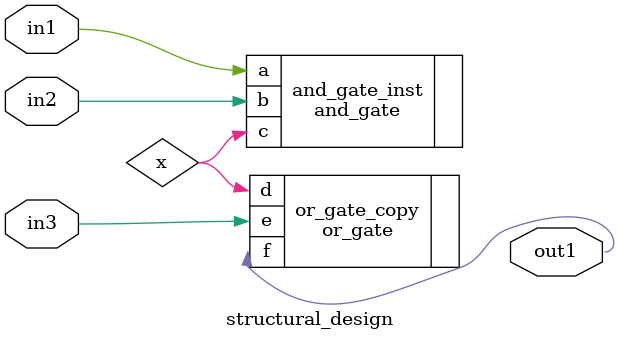
<source format=v>
module structural_design(
				input wire in1, in2, in3,
				output out1
				);
				
				
wire x;
				
				 and_gate and_gate_inst(
					.a(in1),
					.b(in2),
					.c(x)
			);
			
			
			
			
			

 or_gate or_gate_copy(
				.d(x),
				.e(in3),
				.f(out1)
				);
				
				
				
endmodule

				
				

</source>
